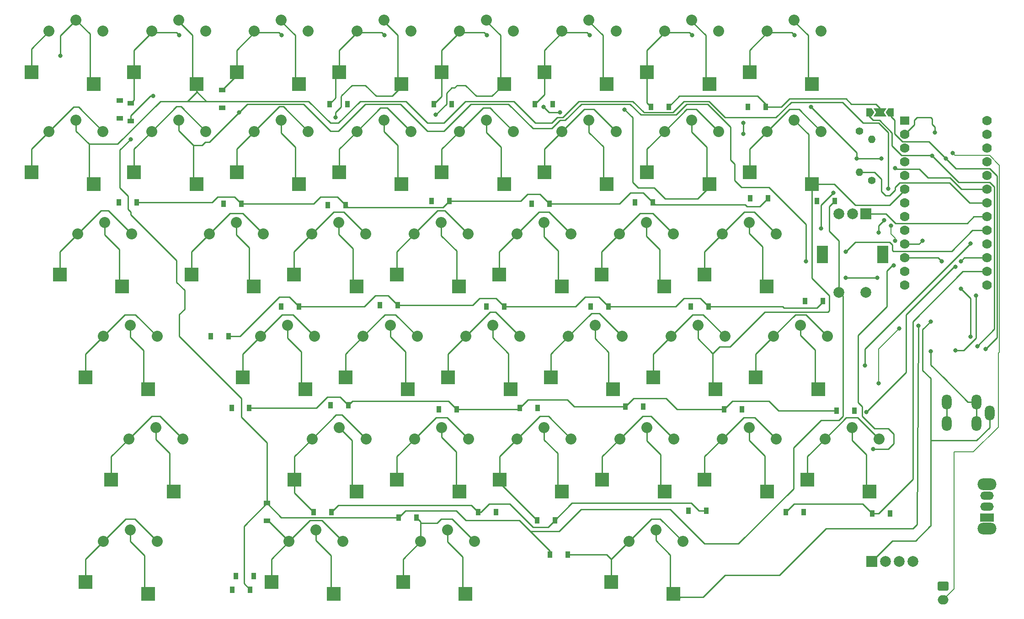
<source format=gbr>
%TF.GenerationSoftware,KiCad,Pcbnew,8.0.6*%
%TF.CreationDate,2024-11-14T19:17:05-07:00*%
%TF.ProjectId,simple_split,73696d70-6c65-45f7-9370-6c69742e6b69,v1.0.0*%
%TF.SameCoordinates,Original*%
%TF.FileFunction,Copper,L2,Bot*%
%TF.FilePolarity,Positive*%
%FSLAX46Y46*%
G04 Gerber Fmt 4.6, Leading zero omitted, Abs format (unit mm)*
G04 Created by KiCad (PCBNEW 8.0.6) date 2024-11-14 19:17:05*
%MOMM*%
%LPD*%
G01*
G04 APERTURE LIST*
G04 Aperture macros list*
%AMRoundRect*
0 Rectangle with rounded corners*
0 $1 Rounding radius*
0 $2 $3 $4 $5 $6 $7 $8 $9 X,Y pos of 4 corners*
0 Add a 4 corners polygon primitive as box body*
4,1,4,$2,$3,$4,$5,$6,$7,$8,$9,$2,$3,0*
0 Add four circle primitives for the rounded corners*
1,1,$1+$1,$2,$3*
1,1,$1+$1,$4,$5*
1,1,$1+$1,$6,$7*
1,1,$1+$1,$8,$9*
0 Add four rect primitives between the rounded corners*
20,1,$1+$1,$2,$3,$4,$5,0*
20,1,$1+$1,$4,$5,$6,$7,0*
20,1,$1+$1,$6,$7,$8,$9,0*
20,1,$1+$1,$8,$9,$2,$3,0*%
%AMFreePoly0*
4,1,7,0.700000,0.000000,1.200000,-0.750000,-1.200000,-0.750000,-0.700000,0.000000,-1.200000,0.750000,1.200000,0.750000,0.700000,0.000000,0.700000,0.000000,$1*%
%AMFreePoly1*
4,1,6,1.000000,0.000000,0.500000,-0.750000,-0.500000,-0.750000,-0.500000,0.750000,0.500000,0.750000,1.000000,0.000000,1.000000,0.000000,$1*%
G04 Aperture macros list end*
%TA.AperFunction,SMDPad,CuDef*%
%ADD10R,2.600000X2.600000*%
%TD*%
%TA.AperFunction,ComponentPad*%
%ADD11C,2.032000*%
%TD*%
%TA.AperFunction,ComponentPad*%
%ADD12C,1.400000*%
%TD*%
%TA.AperFunction,ComponentPad*%
%ADD13O,1.400000X1.400000*%
%TD*%
%TA.AperFunction,ComponentPad*%
%ADD14C,0.800000*%
%TD*%
%TA.AperFunction,SMDPad,CuDef*%
%ADD15R,0.900000X1.200000*%
%TD*%
%TA.AperFunction,ComponentPad*%
%ADD16RoundRect,0.250000X-0.750000X0.600000X-0.750000X-0.600000X0.750000X-0.600000X0.750000X0.600000X0*%
%TD*%
%TA.AperFunction,ComponentPad*%
%ADD17O,2.000000X1.700000*%
%TD*%
%TA.AperFunction,ComponentPad*%
%ADD18R,2.000000X2.000000*%
%TD*%
%TA.AperFunction,ComponentPad*%
%ADD19C,2.000000*%
%TD*%
%TA.AperFunction,SMDPad,CuDef*%
%ADD20R,1.200000X0.900000*%
%TD*%
%TA.AperFunction,ComponentPad*%
%ADD21R,1.778000X1.524000*%
%TD*%
%TA.AperFunction,ComponentPad*%
%ADD22C,1.778000*%
%TD*%
%TA.AperFunction,ComponentPad*%
%ADD23O,3.500000X2.200000*%
%TD*%
%TA.AperFunction,ComponentPad*%
%ADD24R,2.500000X1.500000*%
%TD*%
%TA.AperFunction,ComponentPad*%
%ADD25O,2.500000X1.500000*%
%TD*%
%TA.AperFunction,ComponentPad*%
%ADD26O,1.800000X2.800000*%
%TD*%
%TA.AperFunction,ComponentPad*%
%ADD27R,2.000000X3.200000*%
%TD*%
%TA.AperFunction,SMDPad,CuDef*%
%ADD28FreePoly0,180.000000*%
%TD*%
%TA.AperFunction,SMDPad,CuDef*%
%ADD29FreePoly1,180.000000*%
%TD*%
%TA.AperFunction,SMDPad,CuDef*%
%ADD30FreePoly1,0.000000*%
%TD*%
%TA.AperFunction,ViaPad*%
%ADD31C,0.800000*%
%TD*%
%TA.AperFunction,Conductor*%
%ADD32C,0.250000*%
%TD*%
%TA.AperFunction,Conductor*%
%ADD33C,0.200000*%
%TD*%
G04 APERTURE END LIST*
D10*
%TO.P,S33,1,A*%
%TO.N,/F*%
X256182500Y-115302000D03*
D11*
X252907500Y-103452000D03*
%TO.P,S33,2,B*%
%TO.N,Net-(D33-A)*%
X257907500Y-105552000D03*
X247907500Y-105552000D03*
D10*
X244632500Y-113102000D03*
%TD*%
D12*
%TO.P,R3,1*%
%TO.N,/Rotary_A*%
X267260000Y-114644000D03*
D13*
%TO.P,R3,2*%
%TO.N,/VCC*%
X267260000Y-107024000D03*
%TD*%
D14*
%TO.P,D26,1,K*%
%TO.N,/4*%
X236652000Y-175858000D03*
D15*
X236652000Y-175858000D03*
D14*
%TO.P,D26,2,A*%
%TO.N,Net-(D26-A)*%
X233352000Y-175858000D03*
D15*
X233352000Y-175858000D03*
%TD*%
D14*
%TO.P,D24,1,K*%
%TO.N,/4*%
X194364000Y-176112000D03*
D15*
X194364000Y-176112000D03*
D14*
%TO.P,D24,2,A*%
%TO.N,Net-(D24-A)*%
X197664000Y-176112000D03*
D15*
X197664000Y-176112000D03*
%TD*%
D10*
%TO.P,S31,1,A*%
%TO.N,/C*%
X192000500Y-191302000D03*
D11*
X188725500Y-179452000D03*
%TO.P,S31,2,B*%
%TO.N,Net-(D31-A)*%
X193725500Y-181552000D03*
X183725500Y-181552000D03*
D10*
X180450500Y-189102000D03*
%TD*%
%TO.P,S8,1,A*%
%TO.N,/A*%
X128445000Y-134302000D03*
D11*
X125170000Y-122452000D03*
%TO.P,S8,2,B*%
%TO.N,Net-(D8-A)*%
X130170000Y-124552000D03*
X120170000Y-124552000D03*
D10*
X116895000Y-132102000D03*
%TD*%
D14*
%TO.P,D6,1,K*%
%TO.N,/1*%
X226746000Y-118708000D03*
D15*
X226746000Y-118708000D03*
D14*
%TO.P,D6,2,A*%
%TO.N,Net-(D6-A)*%
X223446000Y-118708000D03*
D15*
X223446000Y-118708000D03*
%TD*%
D14*
%TO.P,D33,1,K*%
%TO.N,/5*%
X260400000Y-118454000D03*
D15*
X260400000Y-118454000D03*
D14*
%TO.P,D33,2,A*%
%TO.N,Net-(D33-A)*%
X257100000Y-118454000D03*
D15*
X257100000Y-118454000D03*
%TD*%
D14*
%TO.P,D9,1,K*%
%TO.N,/2*%
X161214000Y-138012000D03*
D15*
X161214000Y-138012000D03*
D14*
%TO.P,D9,2,A*%
%TO.N,Net-(D9-A)*%
X157914000Y-138012000D03*
D15*
X157914000Y-138012000D03*
%TD*%
D14*
%TO.P,D16,1,K*%
%TO.N,/3*%
X170358000Y-156300000D03*
D15*
X170358000Y-156300000D03*
D14*
%TO.P,D16,2,A*%
%TO.N,Net-(D16-A)*%
X167058000Y-156300000D03*
D15*
X167058000Y-156300000D03*
%TD*%
D14*
%TO.P,D10,1,K*%
%TO.N,/2*%
X179502000Y-137758000D03*
D15*
X179502000Y-137758000D03*
D14*
%TO.P,D10,2,A*%
%TO.N,Net-(D10-A)*%
X176202000Y-137758000D03*
D15*
X176202000Y-137758000D03*
%TD*%
D10*
%TO.P,S20,1,A*%
%TO.N,/F*%
X238354000Y-153302000D03*
D11*
X235079000Y-141452000D03*
%TO.P,S20,2,B*%
%TO.N,Net-(D20-A)*%
X240079000Y-143552000D03*
X230079000Y-143552000D03*
D10*
X226804000Y-151102000D03*
%TD*%
%TO.P,S11,1,A*%
%TO.N,/D*%
X190829000Y-134302000D03*
D11*
X187554000Y-122452000D03*
%TO.P,S11,2,B*%
%TO.N,Net-(D11-A)*%
X192554000Y-124552000D03*
X182554000Y-124552000D03*
D10*
X179279000Y-132102000D03*
%TD*%
D16*
%TO.P,J2,1,Pin_1*%
%TO.N,Net-(J2-Pin_1)*%
X280475500Y-189848000D03*
D17*
%TO.P,J2,2,Pin_2*%
%TO.N,/Bat-*%
X280475500Y-192348000D03*
%TD*%
D14*
%TO.P,D23,1,K*%
%TO.N,/4*%
X167184000Y-176112000D03*
D15*
X167184000Y-176112000D03*
D14*
%TO.P,D23,2,A*%
%TO.N,Net-(D23-A)*%
X163884000Y-176112000D03*
D15*
X163884000Y-176112000D03*
%TD*%
D14*
%TO.P,D7,1,K*%
%TO.N,/1*%
X248082000Y-117946000D03*
D15*
X248082000Y-117946000D03*
D14*
%TO.P,D7,2,A*%
%TO.N,Net-(D7-A)*%
X244782000Y-117946000D03*
D15*
X244782000Y-117946000D03*
%TD*%
D10*
%TO.P,S6,1,A*%
%TO.N,/F*%
X218182500Y-115302000D03*
D11*
X214907500Y-103452000D03*
%TO.P,S6,2,B*%
%TO.N,Net-(D6-A)*%
X219907500Y-105552000D03*
X209907500Y-105552000D03*
D10*
X206632500Y-113102000D03*
%TD*%
%TO.P,F3,1,A*%
%TO.N,/C*%
X180182500Y-96750000D03*
D11*
X176907500Y-84900000D03*
%TO.P,F3,2,B*%
%TO.N,Net-(D37-A)*%
X181907500Y-87000000D03*
X171907500Y-87000000D03*
D10*
X168632500Y-94550000D03*
%TD*%
D18*
%TO.P,U2,1,GND*%
%TO.N,/GND*%
X267260000Y-185256000D03*
D19*
%TO.P,U2,2,VCC*%
%TO.N,/VCC*%
X269800000Y-185256000D03*
%TO.P,U2,3,SCL*%
%TO.N,/SCL*%
X272340000Y-185256000D03*
%TO.P,U2,4,SDA*%
%TO.N,/SDA*%
X274880000Y-185256000D03*
%TD*%
D10*
%TO.P,F1,1,A*%
%TO.N,/A*%
X142182500Y-96750000D03*
D11*
X138907500Y-84900000D03*
%TO.P,F1,2,B*%
%TO.N,Net-(D34-A)*%
X143907500Y-87000000D03*
X133907500Y-87000000D03*
D10*
X130632500Y-94550000D03*
%TD*%
%TO.P,S35,1,A*%
%TO.N,/G*%
X123182500Y-96750000D03*
D11*
X119907500Y-84900000D03*
%TO.P,S35,2,B*%
%TO.N,Net-(D35-A)*%
X124907500Y-87000000D03*
X114907500Y-87000000D03*
D10*
X111632500Y-94550000D03*
%TD*%
%TO.P,S4,1,A*%
%TO.N,/D*%
X180182500Y-115302000D03*
D11*
X176907500Y-103452000D03*
%TO.P,S4,2,B*%
%TO.N,Net-(D4-A)*%
X181907500Y-105552000D03*
X171907500Y-105552000D03*
D10*
X168632500Y-113102000D03*
%TD*%
%TO.P,S3,1,A*%
%TO.N,/C*%
X161182500Y-115302000D03*
D11*
X157907500Y-103452000D03*
%TO.P,S3,2,B*%
%TO.N,Net-(D3-A)*%
X162907500Y-105552000D03*
X152907500Y-105552000D03*
D10*
X149632500Y-113102000D03*
%TD*%
%TO.P,Extra_Function_Key1,1,A*%
%TO.N,/G*%
X256182500Y-96750000D03*
D11*
X252907500Y-84900000D03*
%TO.P,Extra_Function_Key1,2,B*%
%TO.N,Net-(D41-A)*%
X257907500Y-87000000D03*
X247907500Y-87000000D03*
D10*
X244632500Y-94550000D03*
%TD*%
D14*
%TO.P,D37,1,K*%
%TO.N,/6*%
X170150000Y-100500000D03*
D15*
X170150000Y-100500000D03*
D14*
%TO.P,D37,2,A*%
%TO.N,Net-(D37-A)*%
X166850000Y-100500000D03*
D15*
X166850000Y-100500000D03*
%TD*%
D14*
%TO.P,D15,1,K*%
%TO.N,/3*%
X152000000Y-156808000D03*
D15*
X152000000Y-156808000D03*
D14*
%TO.P,D15,2,A*%
%TO.N,Net-(D15-A)*%
X148700000Y-156808000D03*
D15*
X148700000Y-156808000D03*
%TD*%
D14*
%TO.P,D39,1,K*%
%TO.N,/6*%
X208150000Y-100500000D03*
D15*
X208150000Y-100500000D03*
D14*
%TO.P,D39,2,A*%
%TO.N,Net-(D39-A)*%
X204850000Y-100500000D03*
D15*
X204850000Y-100500000D03*
%TD*%
D10*
%TO.P,F6,1,A*%
%TO.N,/F*%
X237182500Y-96750000D03*
D11*
X233907500Y-84900000D03*
%TO.P,F6,2,B*%
%TO.N,Net-(D40-A)*%
X238907500Y-87000000D03*
X228907500Y-87000000D03*
D10*
X225632500Y-94550000D03*
%TD*%
%TO.P,S5,1,A*%
%TO.N,/E*%
X199182500Y-115302000D03*
D11*
X195907500Y-103452000D03*
%TO.P,S5,2,B*%
%TO.N,Net-(D5-A)*%
X200907500Y-105552000D03*
X190907500Y-105552000D03*
D10*
X187632500Y-113102000D03*
%TD*%
D14*
%TO.P,D36,1,K*%
%TO.N,/6*%
X147000000Y-101150000D03*
D20*
X147000000Y-101150000D03*
D14*
%TO.P,D36,2,A*%
%TO.N,Net-(D36-A)*%
X147000000Y-97850000D03*
D20*
X147000000Y-97850000D03*
%TD*%
D14*
%TO.P,D4,1,K*%
%TO.N,/1*%
X189026000Y-118454000D03*
D15*
X189026000Y-118454000D03*
D14*
%TO.P,D4,2,A*%
%TO.N,Net-(D4-A)*%
X185726000Y-118454000D03*
D15*
X185726000Y-118454000D03*
%TD*%
D14*
%TO.P,D5,1,K*%
%TO.N,/1*%
X207568000Y-118962000D03*
D15*
X207568000Y-118962000D03*
D14*
%TO.P,D5,2,A*%
%TO.N,Net-(D5-A)*%
X204268000Y-118962000D03*
D15*
X204268000Y-118962000D03*
%TD*%
D10*
%TO.P,S25,1,A*%
%TO.N,/D*%
X209879000Y-172302000D03*
D11*
X206604000Y-160452000D03*
%TO.P,S25,2,B*%
%TO.N,Net-(D25-A)*%
X211604000Y-162552000D03*
X201604000Y-162552000D03*
D10*
X198329000Y-170102000D03*
%TD*%
%TO.P,S7,1,A*%
%TO.N,/G*%
X237182500Y-115302000D03*
D11*
X233907500Y-103452000D03*
%TO.P,S7,2,B*%
%TO.N,Net-(D7-A)*%
X238907500Y-105552000D03*
X228907500Y-105552000D03*
D10*
X225632500Y-113102000D03*
%TD*%
%TO.P,S1,1,A*%
%TO.N,/A*%
X123182500Y-115302000D03*
D11*
X119907500Y-103452000D03*
%TO.P,S1,2,B*%
%TO.N,Net-(D1-A)*%
X124907500Y-105552000D03*
X114907500Y-105552000D03*
D10*
X111632500Y-113102000D03*
%TD*%
D14*
%TO.P,D30,1,K*%
%TO.N,/5*%
X155246000Y-174462000D03*
D20*
X155246000Y-174462000D03*
D14*
%TO.P,D30,2,A*%
%TO.N,Net-(D30-A)*%
X155246000Y-177762000D03*
D20*
X155246000Y-177762000D03*
%TD*%
D14*
%TO.P,D38,1,K*%
%TO.N,/6*%
X189500000Y-100500000D03*
D15*
X189500000Y-100500000D03*
D14*
%TO.P,D38,2,A*%
%TO.N,Net-(D38-A)*%
X186200000Y-100500000D03*
D15*
X186200000Y-100500000D03*
%TD*%
D10*
%TO.P,F2,1,A*%
%TO.N,/B*%
X161182500Y-96750000D03*
D11*
X157907500Y-84900000D03*
%TO.P,F2,2,B*%
%TO.N,Net-(D36-A)*%
X162907500Y-87000000D03*
X152907500Y-87000000D03*
D10*
X149632500Y-94550000D03*
%TD*%
D14*
%TO.P,D28,1,K*%
%TO.N,/4*%
X267388000Y-176366000D03*
D15*
X267388000Y-176366000D03*
D14*
%TO.P,D28,2,A*%
%TO.N,Net-(D28-A)*%
X270688000Y-176366000D03*
D15*
X270688000Y-176366000D03*
%TD*%
D10*
%TO.P,S12,1,A*%
%TO.N,/E*%
X209829000Y-134302000D03*
D11*
X206554000Y-122452000D03*
%TO.P,S12,2,B*%
%TO.N,Net-(D12-A)*%
X211554000Y-124552000D03*
X201554000Y-124552000D03*
D10*
X198279000Y-132102000D03*
%TD*%
%TO.P,S24,1,A*%
%TO.N,/C*%
X190879000Y-172302000D03*
D11*
X187604000Y-160452000D03*
%TO.P,S24,2,B*%
%TO.N,Net-(D24-A)*%
X192604000Y-162552000D03*
X182604000Y-162552000D03*
D10*
X179329000Y-170102000D03*
%TD*%
D14*
%TO.P,D12,1,K*%
%TO.N,/2*%
X218490000Y-138012000D03*
D15*
X218490000Y-138012000D03*
D14*
%TO.P,D12,2,A*%
%TO.N,Net-(D12-A)*%
X215190000Y-138012000D03*
D15*
X215190000Y-138012000D03*
%TD*%
D21*
%TO.P,U1,0,GND*%
%TO.N,Net-(GND2-COM)*%
X273356000Y-103595000D03*
D22*
%TO.P,U1,1,Txd*%
%TO.N,Net-(TXD2-COM)*%
X273356000Y-106135000D03*
%TO.P,U1,2,RXI*%
%TO.N,Net-(RXI2-COM)*%
X273356000Y-108675000D03*
%TO.P,U1,3,GND*%
%TO.N,unconnected-(U1-GND-Pad3)*%
X273356000Y-111215000D03*
%TO.P,U1,4,GND*%
%TO.N,Net-(GND1-COM)*%
X273356000Y-113755000D03*
%TO.P,U1,5,2*%
%TO.N,/F*%
X273356000Y-116295000D03*
%TO.P,U1,6,3*%
%TO.N,/E*%
X273356000Y-118835000D03*
%TO.P,U1,7,4*%
%TO.N,/D*%
X273356000Y-121375000D03*
%TO.P,U1,8,5*%
%TO.N,/C*%
X273356000Y-123915000D03*
%TO.P,U1,9,6*%
%TO.N,Net-(SDA1-COM)*%
X273356000Y-126455000D03*
%TO.P,U1,10,7*%
%TO.N,Net-(SCL1-COM)*%
X273356000Y-128995000D03*
%TO.P,U1,11,8*%
%TO.N,/B*%
X273356000Y-131535000D03*
%TO.P,U1,12,9*%
%TO.N,/A*%
X273356000Y-134075000D03*
%TO.P,U1,13,10*%
%TO.N,/5*%
X288596000Y-134075000D03*
%TO.P,U1,14,16*%
%TO.N,/4*%
X288596000Y-131535000D03*
%TO.P,U1,15,14*%
%TO.N,Net-(P3-COM)*%
X288596000Y-128995000D03*
%TO.P,U1,16,15*%
%TO.N,Net-(P2-COM)*%
X288596000Y-126455000D03*
%TO.P,U1,17,A0*%
%TO.N,/1*%
X288596000Y-123915000D03*
%TO.P,U1,18,A1*%
%TO.N,/Rotary_A*%
X288596000Y-121375000D03*
%TO.P,U1,19,A2*%
%TO.N,/Rotary_B*%
X288596000Y-118835000D03*
%TO.P,U1,20,A3*%
%TO.N,/G*%
X288596000Y-116295000D03*
%TO.P,U1,21,VCC*%
%TO.N,Net-(U1-VCC)*%
X288596000Y-113755000D03*
%TO.P,U1,22,RST*%
%TO.N,unconnected-(U1-RST-Pad22)*%
X288596000Y-111215000D03*
%TO.P,U1,23,GND*%
%TO.N,Net-(RXI1-COM)*%
X288596000Y-108675000D03*
%TO.P,U1,24,Bat-*%
%TO.N,Net-(TXD1-COM)*%
X288596000Y-106135000D03*
%TO.P,U1,25,Bat+*%
%TO.N,Net-(Bat+1-COM)*%
X288596000Y-103595000D03*
%TD*%
D14*
%TO.P,D17,1,K*%
%TO.N,/3*%
X190424000Y-157062000D03*
D15*
X190424000Y-157062000D03*
D14*
%TO.P,D17,2,A*%
%TO.N,Net-(D17-A)*%
X187124000Y-157062000D03*
D15*
X187124000Y-157062000D03*
%TD*%
D14*
%TO.P,D34,1,K*%
%TO.N,/6*%
X130000000Y-103650000D03*
D20*
X130000000Y-103650000D03*
D14*
%TO.P,D34,2,A*%
%TO.N,Net-(D34-A)*%
X130000000Y-100350000D03*
D20*
X130000000Y-100350000D03*
%TD*%
D14*
%TO.P,D14,1,K*%
%TO.N,/2*%
X258242000Y-136996000D03*
D15*
X258242000Y-136996000D03*
D14*
%TO.P,D14,2,A*%
%TO.N,Net-(D14-A)*%
X254942000Y-136996000D03*
D15*
X254942000Y-136996000D03*
%TD*%
D14*
%TO.P,D20,1,K*%
%TO.N,/3*%
X239956000Y-157062000D03*
D15*
X239956000Y-157062000D03*
D14*
%TO.P,D20,2,A*%
%TO.N,Net-(D20-A)*%
X243256000Y-157062000D03*
D15*
X243256000Y-157062000D03*
%TD*%
D14*
%TO.P,D25,1,K*%
%TO.N,/4*%
X208586000Y-177636000D03*
D15*
X208586000Y-177636000D03*
D14*
%TO.P,D25,2,A*%
%TO.N,Net-(D25-A)*%
X205286000Y-177636000D03*
D15*
X205286000Y-177636000D03*
%TD*%
D14*
%TO.P,D22,1,K*%
%TO.N,/4*%
X152800000Y-188000000D03*
D15*
X152800000Y-188000000D03*
D14*
%TO.P,D22,2,A*%
%TO.N,Net-(D22-A)*%
X149500000Y-188000000D03*
D15*
X149500000Y-188000000D03*
%TD*%
D10*
%TO.P,S2,1,A*%
%TO.N,/B*%
X142182500Y-115302000D03*
D11*
X138907500Y-103452000D03*
%TO.P,S2,2,B*%
%TO.N,Net-(D2-A)*%
X143907500Y-105552000D03*
X133907500Y-105552000D03*
D10*
X130632500Y-113102000D03*
%TD*%
D14*
%TO.P,D3,1,K*%
%TO.N,/1*%
X169850000Y-119216000D03*
D15*
X169850000Y-119216000D03*
D14*
%TO.P,D3,2,A*%
%TO.N,Net-(D3-A)*%
X166550000Y-119216000D03*
D15*
X166550000Y-119216000D03*
%TD*%
D10*
%TO.P,S16,1,A*%
%TO.N,/B*%
X162354000Y-153302000D03*
D11*
X159079000Y-141452000D03*
%TO.P,S16,2,B*%
%TO.N,Net-(D16-A)*%
X164079000Y-143552000D03*
X154079000Y-143552000D03*
D10*
X150804000Y-151102000D03*
%TD*%
%TO.P,S21,1,A*%
%TO.N,/G*%
X257354000Y-153302000D03*
D11*
X254079000Y-141452000D03*
%TO.P,S21,2,B*%
%TO.N,Net-(D21-A)*%
X259079000Y-143552000D03*
X249079000Y-143552000D03*
D10*
X245804000Y-151102000D03*
%TD*%
%TO.P,S26,1,A*%
%TO.N,/E*%
X228879000Y-172302000D03*
D11*
X225604000Y-160452000D03*
%TO.P,S26,2,B*%
%TO.N,Net-(D26-A)*%
X230604000Y-162552000D03*
X220604000Y-162552000D03*
D10*
X217329000Y-170102000D03*
%TD*%
D14*
%TO.P,D21,1,K*%
%TO.N,/3*%
X260784000Y-157316000D03*
D15*
X260784000Y-157316000D03*
D14*
%TO.P,D21,2,A*%
%TO.N,Net-(D21-A)*%
X264084000Y-157316000D03*
D15*
X264084000Y-157316000D03*
%TD*%
D10*
%TO.P,S17,1,A*%
%TO.N,/C*%
X181354000Y-153302000D03*
D11*
X178079000Y-141452000D03*
%TO.P,S17,2,B*%
%TO.N,Net-(D17-A)*%
X183079000Y-143552000D03*
X173079000Y-143552000D03*
D10*
X169804000Y-151102000D03*
%TD*%
%TO.P,S18,1,A*%
%TO.N,/D*%
X200354000Y-153302000D03*
D11*
X197079000Y-141452000D03*
%TO.P,S18,2,B*%
%TO.N,Net-(D18-A)*%
X202079000Y-143552000D03*
X192079000Y-143552000D03*
D10*
X188804000Y-151102000D03*
%TD*%
D14*
%TO.P,D35,1,K*%
%TO.N,/5*%
X128000000Y-103150000D03*
D20*
X128000000Y-103150000D03*
D14*
%TO.P,D35,2,A*%
%TO.N,Net-(D35-A)*%
X128000000Y-99850000D03*
D20*
X128000000Y-99850000D03*
%TD*%
D10*
%TO.P,S32,1,A*%
%TO.N,/D*%
X230550500Y-191302000D03*
D11*
X227275500Y-179452000D03*
%TO.P,S32,2,B*%
%TO.N,Net-(D32-A)*%
X232275500Y-181552000D03*
X222275500Y-181552000D03*
D10*
X219000500Y-189102000D03*
%TD*%
%TO.P,S29,1,A*%
%TO.N,/A*%
X133207500Y-191302000D03*
D11*
X129932500Y-179452000D03*
%TO.P,S29,2,B*%
%TO.N,Net-(D29-A)*%
X134932500Y-181552000D03*
X124932500Y-181552000D03*
D10*
X121657500Y-189102000D03*
%TD*%
D14*
%TO.P,D31,1,K*%
%TO.N,/5*%
X179630000Y-177128000D03*
D15*
X179630000Y-177128000D03*
D14*
%TO.P,D31,2,A*%
%TO.N,Net-(D31-A)*%
X182930000Y-177128000D03*
D15*
X182930000Y-177128000D03*
%TD*%
D10*
%TO.P,S23,1,A*%
%TO.N,/B*%
X171879000Y-172302000D03*
D11*
X168604000Y-160452000D03*
%TO.P,S23,2,B*%
%TO.N,Net-(D23-A)*%
X173604000Y-162552000D03*
X163604000Y-162552000D03*
D10*
X160329000Y-170102000D03*
%TD*%
D14*
%TO.P,D11,1,K*%
%TO.N,/2*%
X199186000Y-138012000D03*
D15*
X199186000Y-138012000D03*
D14*
%TO.P,D11,2,A*%
%TO.N,Net-(D11-A)*%
X195886000Y-138012000D03*
D15*
X195886000Y-138012000D03*
%TD*%
D14*
%TO.P,D40,1,K*%
%TO.N,/6*%
X229650000Y-101000000D03*
D15*
X229650000Y-101000000D03*
D14*
%TO.P,D40,2,A*%
%TO.N,Net-(D40-A)*%
X226350000Y-101000000D03*
D15*
X226350000Y-101000000D03*
%TD*%
D10*
%TO.P,F5,1,A*%
%TO.N,/E*%
X218182500Y-96750000D03*
D11*
X214907500Y-84900000D03*
%TO.P,F5,2,B*%
%TO.N,Net-(D39-A)*%
X219907500Y-87000000D03*
X209907500Y-87000000D03*
D10*
X206632500Y-94550000D03*
%TD*%
%TO.P,S14,1,A*%
%TO.N,/G*%
X247829000Y-134302000D03*
D11*
X244554000Y-122452000D03*
%TO.P,S14,2,B*%
%TO.N,Net-(D14-A)*%
X249554000Y-124552000D03*
X239554000Y-124552000D03*
D10*
X236279000Y-132102000D03*
%TD*%
D14*
%TO.P,D32,1,K*%
%TO.N,/5*%
X207700000Y-184000000D03*
D15*
X207700000Y-184000000D03*
D14*
%TO.P,D32,2,A*%
%TO.N,Net-(D32-A)*%
X211000000Y-184000000D03*
D15*
X211000000Y-184000000D03*
%TD*%
D23*
%TO.P,SW1,*%
%TO.N,*%
X288628000Y-179196000D03*
X288628000Y-170996000D03*
D24*
%TO.P,SW1,1,B*%
%TO.N,Net-(J2-Pin_1)*%
X288628000Y-177096000D03*
D25*
%TO.P,SW1,2,C*%
%TO.N,/Bat+*%
X288628000Y-175096000D03*
%TO.P,SW1,3,A*%
%TO.N,unconnected-(SW1-A-Pad3)*%
X288628000Y-173096000D03*
%TD*%
D14*
%TO.P,D2,1,K*%
%TO.N,/1*%
X150546000Y-118962000D03*
D15*
X150546000Y-118962000D03*
D14*
%TO.P,D2,2,A*%
%TO.N,Net-(D2-A)*%
X147246000Y-118962000D03*
D15*
X147246000Y-118962000D03*
%TD*%
D26*
%TO.P,J1,R*%
%TO.N,Net-(COM_SELECT1-COM)*%
X281194000Y-155724000D03*
X281194000Y-159724000D03*
%TO.P,J1,S*%
%TO.N,/GND*%
X289094000Y-157724000D03*
%TO.P,J1,T*%
%TO.N,/VCC*%
X286694000Y-155724000D03*
X286694000Y-159724000D03*
%TD*%
D14*
%TO.P,D27,1,K*%
%TO.N,/4*%
X251386000Y-176112000D03*
D15*
X251386000Y-176112000D03*
D14*
%TO.P,D27,2,A*%
%TO.N,Net-(D27-A)*%
X254686000Y-176112000D03*
D15*
X254686000Y-176112000D03*
%TD*%
D10*
%TO.P,S27,1,A*%
%TO.N,/F*%
X247879000Y-172302000D03*
D11*
X244604000Y-160452000D03*
%TO.P,S27,2,B*%
%TO.N,Net-(D27-A)*%
X249604000Y-162552000D03*
X239604000Y-162552000D03*
D10*
X236329000Y-170102000D03*
%TD*%
D18*
%TO.P,R1,A,A*%
%TO.N,/Rotary_A*%
X266204000Y-120856000D03*
D19*
%TO.P,R1,B,B*%
%TO.N,/Rotary_B*%
X261204000Y-120856000D03*
%TO.P,R1,C,C*%
%TO.N,/GND*%
X263704000Y-120856000D03*
D27*
%TO.P,R1,MP*%
%TO.N,N/C*%
X269304000Y-128356000D03*
X258104000Y-128356000D03*
D19*
%TO.P,R1,S1,S1*%
%TO.N,/5*%
X261204000Y-135356000D03*
%TO.P,R1,S2,S2*%
%TO.N,/E*%
X266204000Y-135356000D03*
%TD*%
D10*
%TO.P,S28,1,A*%
%TO.N,/G*%
X266879000Y-172302000D03*
D11*
X263604000Y-160452000D03*
%TO.P,S28,2,B*%
%TO.N,Net-(D28-A)*%
X268604000Y-162552000D03*
X258604000Y-162552000D03*
D10*
X255329000Y-170102000D03*
%TD*%
D14*
%TO.P,D29,1,K*%
%TO.N,/5*%
X152150000Y-190500000D03*
D15*
X152150000Y-190500000D03*
D14*
%TO.P,D29,2,A*%
%TO.N,Net-(D29-A)*%
X148850000Y-190500000D03*
D15*
X148850000Y-190500000D03*
%TD*%
D14*
%TO.P,D13,1,K*%
%TO.N,/2*%
X237032000Y-138012000D03*
D15*
X237032000Y-138012000D03*
D14*
%TO.P,D13,2,A*%
%TO.N,Net-(D13-A)*%
X233732000Y-138012000D03*
D15*
X233732000Y-138012000D03*
%TD*%
D10*
%TO.P,S15,1,A*%
%TO.N,/A*%
X133207500Y-153302000D03*
D11*
X129932500Y-141452000D03*
%TO.P,S15,2,B*%
%TO.N,Net-(D15-A)*%
X134932500Y-143552000D03*
X124932500Y-143552000D03*
D10*
X121657500Y-151102000D03*
%TD*%
%TO.P,S22,1,A*%
%TO.N,/A*%
X137970000Y-172302000D03*
D11*
X134695000Y-160452000D03*
%TO.P,S22,2,B*%
%TO.N,Net-(D22-A)*%
X139695000Y-162552000D03*
X129695000Y-162552000D03*
D10*
X126420000Y-170102000D03*
%TD*%
D14*
%TO.P,D19,1,K*%
%TO.N,/3*%
X221668000Y-156554000D03*
D15*
X221668000Y-156554000D03*
D14*
%TO.P,D19,2,A*%
%TO.N,Net-(D19-A)*%
X224968000Y-156554000D03*
D15*
X224968000Y-156554000D03*
%TD*%
D10*
%TO.P,S19,1,A*%
%TO.N,/E*%
X219354000Y-153302000D03*
D11*
X216079000Y-141452000D03*
%TO.P,S19,2,B*%
%TO.N,Net-(D19-A)*%
X221079000Y-143552000D03*
X211079000Y-143552000D03*
D10*
X207804000Y-151102000D03*
%TD*%
%TO.P,S9,1,A*%
%TO.N,/B*%
X152829000Y-134302000D03*
D11*
X149554000Y-122452000D03*
%TO.P,S9,2,B*%
%TO.N,Net-(D9-A)*%
X154554000Y-124552000D03*
X144554000Y-124552000D03*
D10*
X141279000Y-132102000D03*
%TD*%
%TO.P,F4,1,A*%
%TO.N,/D*%
X199182500Y-96750000D03*
D11*
X195907500Y-84900000D03*
%TO.P,F4,2,B*%
%TO.N,Net-(D38-A)*%
X200907500Y-87000000D03*
X190907500Y-87000000D03*
D10*
X187632500Y-94550000D03*
%TD*%
D14*
%TO.P,D18,1,K*%
%TO.N,/3*%
X202110000Y-156808000D03*
D15*
X202110000Y-156808000D03*
D14*
%TO.P,D18,2,A*%
%TO.N,Net-(D18-A)*%
X205410000Y-156808000D03*
D15*
X205410000Y-156808000D03*
%TD*%
D10*
%TO.P,S13,1,A*%
%TO.N,/F*%
X228829000Y-134302000D03*
D11*
X225554000Y-122452000D03*
%TO.P,S13,2,B*%
%TO.N,Net-(D13-A)*%
X230554000Y-124552000D03*
X220554000Y-124552000D03*
D10*
X217279000Y-132102000D03*
%TD*%
D14*
%TO.P,D1,1,K*%
%TO.N,/1*%
X131116000Y-118708000D03*
D15*
X131116000Y-118708000D03*
D14*
%TO.P,D1,2,A*%
%TO.N,Net-(D1-A)*%
X127816000Y-118708000D03*
D15*
X127816000Y-118708000D03*
%TD*%
D14*
%TO.P,D8,1,K*%
%TO.N,/2*%
X148150000Y-143500000D03*
D15*
X148150000Y-143500000D03*
D14*
%TO.P,D8,2,A*%
%TO.N,Net-(D8-A)*%
X144850000Y-143500000D03*
D15*
X144850000Y-143500000D03*
%TD*%
D14*
%TO.P,D41,1,K*%
%TO.N,/6*%
X247650000Y-101000000D03*
D15*
X247650000Y-101000000D03*
D14*
%TO.P,D41,2,A*%
%TO.N,Net-(D41-A)*%
X244350000Y-101000000D03*
D15*
X244350000Y-101000000D03*
%TD*%
D12*
%TO.P,R2,1*%
%TO.N,/VCC*%
X264974000Y-105500000D03*
D13*
%TO.P,R2,2*%
%TO.N,/Rotary_B*%
X264974000Y-113120000D03*
%TD*%
D10*
%TO.P,S10,1,A*%
%TO.N,/C*%
X171829000Y-134302000D03*
D11*
X168554000Y-122452000D03*
%TO.P,S10,2,B*%
%TO.N,Net-(D10-A)*%
X173554000Y-124552000D03*
X163554000Y-124552000D03*
D10*
X160279000Y-132102000D03*
%TD*%
%TO.P,S30,1,A*%
%TO.N,/B*%
X167616500Y-191302000D03*
D11*
X164341500Y-179452000D03*
%TO.P,S30,2,B*%
%TO.N,Net-(D30-A)*%
X169341500Y-181552000D03*
X159341500Y-181552000D03*
D10*
X156066500Y-189102000D03*
%TD*%
D28*
%TO.P,ExtraButtonsSelect1,1,COM*%
%TO.N,/6*%
X268800000Y-102000000D03*
D29*
%TO.P,ExtraButtonsSelect1,2,L*%
%TO.N,/TXD*%
X270800000Y-102000000D03*
D30*
%TO.P,ExtraButtonsSelect1,3,R*%
%TO.N,/RXI*%
X266800000Y-102000000D03*
%TD*%
D31*
%TO.N,/1*%
X262434000Y-127852000D03*
%TO.N,/2*%
X265990000Y-148934000D03*
X285548000Y-126328000D03*
%TO.N,/3*%
X282754000Y-130646000D03*
X266244000Y-157570000D03*
%TO.N,/5*%
X130000000Y-107000000D03*
%TO.N,/GND*%
X278182000Y-140806000D03*
%TO.N,/E*%
X209500000Y-102000000D03*
X206500000Y-101000000D03*
%TO.N,/A*%
X269546000Y-122010000D03*
X270308000Y-116168000D03*
X268530000Y-124296000D03*
%TO.N,/B*%
X255068000Y-129630000D03*
X262434000Y-132678000D03*
X150055000Y-102055000D03*
X268276000Y-132678000D03*
%TO.N,/C*%
X168000000Y-103000000D03*
X271324000Y-130392000D03*
X267514000Y-164428000D03*
%TO.N,/D*%
X275896000Y-141568000D03*
X186500000Y-102500000D03*
%TO.N,/F*%
X243500000Y-106000000D03*
X243500000Y-104000000D03*
%TO.N,/G*%
X264466000Y-110580000D03*
X257862000Y-123534000D03*
X117000000Y-91500000D03*
X256000000Y-101000000D03*
X260148000Y-116930000D03*
X269038000Y-110580000D03*
X221500000Y-101500000D03*
X271578000Y-112358000D03*
%TO.N,/Bat+*%
X268530000Y-152236000D03*
X272340000Y-142076000D03*
X270816000Y-123026000D03*
X271578000Y-125820000D03*
%TO.N,/VCC*%
X278200000Y-146340000D03*
%TO.N,/TXD*%
X288342000Y-145886000D03*
X280976000Y-110580000D03*
%TO.N,/RXI*%
X286818000Y-145378000D03*
X278436000Y-110072000D03*
%TO.N,/Bat-*%
X282246000Y-109564000D03*
%TO.N,Net-(TXD2-COM)*%
X278944000Y-105754000D03*
%TO.N,/SDA*%
X282754000Y-146140000D03*
X286564000Y-135980000D03*
%TO.N,/SCL*%
X283770000Y-134710000D03*
X285548000Y-143600000D03*
%TO.N,Net-(P3-COM)*%
X283770000Y-129630000D03*
%TO.N,Net-(SCL1-COM)*%
X280214000Y-129630000D03*
%TO.N,Net-(SDA1-COM)*%
X276658000Y-125820000D03*
%TO.N,/6*%
X134150000Y-99000000D03*
%TO.N,Net-(D34-A)*%
X139000000Y-87753750D03*
%TO.N,Net-(D36-A)*%
X158000000Y-87753750D03*
%TO.N,Net-(D37-A)*%
X177000000Y-87753750D03*
%TO.N,Net-(D38-A)*%
X196000000Y-87753750D03*
%TO.N,Net-(D39-A)*%
X215000000Y-87753750D03*
%TO.N,Net-(D40-A)*%
X234000000Y-87753750D03*
%TO.N,Net-(D41-A)*%
X253000000Y-87753750D03*
%TD*%
D32*
%TO.N,Net-(D1-A)*%
X119432000Y-101027500D02*
X120383000Y-101027500D01*
X120383000Y-101027500D02*
X124907500Y-105552000D01*
X114907500Y-105552000D02*
X119432000Y-101027500D01*
X111632500Y-108827000D02*
X114907500Y-105552000D01*
X111632500Y-113102000D02*
X111632500Y-108827000D01*
%TO.N,Net-(D2-A)*%
X133907500Y-105552000D02*
X138482000Y-100977500D01*
X130632500Y-113102000D02*
X130632500Y-108827000D01*
X130632500Y-108827000D02*
X133907500Y-105552000D01*
X139333000Y-100977500D02*
X143907500Y-105552000D01*
X138482000Y-100977500D02*
X139333000Y-100977500D01*
%TO.N,Net-(D3-A)*%
X149632500Y-113102000D02*
X149632500Y-108827000D01*
X149632500Y-108827000D02*
X152907500Y-105552000D01*
X152907500Y-105552000D02*
X157531500Y-100928000D01*
X157531500Y-100928000D02*
X158283500Y-100928000D01*
X158283500Y-100928000D02*
X162907500Y-105552000D01*
%TO.N,Net-(D4-A)*%
X176277500Y-101182000D02*
X177537500Y-101182000D01*
X171907500Y-105552000D02*
X176277500Y-101182000D01*
X168632500Y-108827000D02*
X171907500Y-105552000D01*
X168632500Y-113102000D02*
X168632500Y-108827000D01*
X177537500Y-101182000D02*
X181907500Y-105552000D01*
%TO.N,Net-(D5-A)*%
X187632500Y-108827000D02*
X190907500Y-105552000D01*
X196537500Y-101182000D02*
X200907500Y-105552000D01*
X195277500Y-101182000D02*
X196537500Y-101182000D01*
X190907500Y-105552000D02*
X195277500Y-101182000D01*
X187632500Y-113102000D02*
X187632500Y-108827000D01*
%TO.N,Net-(D6-A)*%
X214023500Y-101436000D02*
X215791500Y-101436000D01*
X215791500Y-101436000D02*
X219907500Y-105552000D01*
X209907500Y-105552000D02*
X214023500Y-101436000D01*
X206632500Y-113102000D02*
X206632500Y-108827000D01*
X206632500Y-108827000D02*
X209907500Y-105552000D01*
%TO.N,Net-(D7-A)*%
X225632500Y-113102000D02*
X225632500Y-108827000D01*
X234791500Y-101436000D02*
X238907500Y-105552000D01*
X228907500Y-105552000D02*
X233023500Y-101436000D01*
X225632500Y-108827000D02*
X228907500Y-105552000D01*
X233023500Y-101436000D02*
X234791500Y-101436000D01*
%TO.N,Net-(D8-A)*%
X120170000Y-124552000D02*
X124490000Y-120232000D01*
X125850000Y-120232000D02*
X130170000Y-124552000D01*
X116895000Y-127827000D02*
X120170000Y-124552000D01*
X124490000Y-120232000D02*
X125850000Y-120232000D01*
X116895000Y-132102000D02*
X116895000Y-127827000D01*
%TO.N,Net-(D9-A)*%
X141279000Y-127827000D02*
X144554000Y-124552000D01*
X144554000Y-124552000D02*
X148366000Y-120740000D01*
X141279000Y-132102000D02*
X141279000Y-127827000D01*
X150742000Y-120740000D02*
X154554000Y-124552000D01*
X148366000Y-120740000D02*
X150742000Y-120740000D01*
%TO.N,Net-(D10-A)*%
X160279000Y-127827000D02*
X163554000Y-124552000D01*
X169488000Y-120486000D02*
X173554000Y-124552000D01*
X167620000Y-120486000D02*
X169488000Y-120486000D01*
X163554000Y-124552000D02*
X167620000Y-120486000D01*
X160279000Y-132102000D02*
X160279000Y-127827000D01*
%TO.N,Net-(D11-A)*%
X188234000Y-120232000D02*
X192554000Y-124552000D01*
X179279000Y-132102000D02*
X179279000Y-127827000D01*
X182554000Y-124552000D02*
X186874000Y-120232000D01*
X186874000Y-120232000D02*
X188234000Y-120232000D01*
X179279000Y-127827000D02*
X182554000Y-124552000D01*
%TO.N,Net-(D12-A)*%
X201554000Y-124552000D02*
X205620000Y-120486000D01*
X205620000Y-120486000D02*
X207488000Y-120486000D01*
X198279000Y-127827000D02*
X201554000Y-124552000D01*
X207488000Y-120486000D02*
X211554000Y-124552000D01*
X198279000Y-132102000D02*
X198279000Y-127827000D01*
%TO.N,Net-(D13-A)*%
X224366000Y-120740000D02*
X226742000Y-120740000D01*
X220554000Y-124552000D02*
X224366000Y-120740000D01*
X217279000Y-132102000D02*
X217279000Y-127827000D01*
X226742000Y-120740000D02*
X230554000Y-124552000D01*
X217279000Y-127827000D02*
X220554000Y-124552000D01*
%TO.N,Net-(D14-A)*%
X243620000Y-120486000D02*
X245488000Y-120486000D01*
X239554000Y-124552000D02*
X243620000Y-120486000D01*
X236279000Y-132102000D02*
X236279000Y-127827000D01*
X236279000Y-127827000D02*
X239554000Y-124552000D01*
X245488000Y-120486000D02*
X249554000Y-124552000D01*
%TO.N,Net-(D15-A)*%
X121657500Y-151102000D02*
X121657500Y-146827000D01*
X130916500Y-139536000D02*
X134932500Y-143552000D01*
X128948500Y-139536000D02*
X130916500Y-139536000D01*
X124932500Y-143552000D02*
X128948500Y-139536000D01*
X121657500Y-146827000D02*
X124932500Y-143552000D01*
%TO.N,Net-(D16-A)*%
X158095000Y-139536000D02*
X160063000Y-139536000D01*
X150804000Y-151102000D02*
X150804000Y-146827000D01*
X154079000Y-143552000D02*
X158095000Y-139536000D01*
X160063000Y-139536000D02*
X164079000Y-143552000D01*
X150804000Y-146827000D02*
X154079000Y-143552000D01*
%TO.N,Net-(D17-A)*%
X177095000Y-139536000D02*
X179063000Y-139536000D01*
X169804000Y-146827000D02*
X173079000Y-143552000D01*
X179063000Y-139536000D02*
X183079000Y-143552000D01*
X169804000Y-151102000D02*
X169804000Y-146827000D01*
X173079000Y-143552000D02*
X177095000Y-139536000D01*
%TO.N,Net-(D18-A)*%
X196603000Y-139028000D02*
X197555000Y-139028000D01*
X192079000Y-143552000D02*
X196603000Y-139028000D01*
X188804000Y-146827000D02*
X192079000Y-143552000D01*
X188804000Y-151102000D02*
X188804000Y-146827000D01*
X197555000Y-139028000D02*
X202079000Y-143552000D01*
%TO.N,Net-(D19-A)*%
X207804000Y-151102000D02*
X207804000Y-146827000D01*
X215349000Y-139282000D02*
X216809000Y-139282000D01*
X211079000Y-143552000D02*
X215349000Y-139282000D01*
X207804000Y-146827000D02*
X211079000Y-143552000D01*
X216809000Y-139282000D02*
X221079000Y-143552000D01*
%TO.N,Net-(D20-A)*%
X226804000Y-146827000D02*
X230079000Y-143552000D01*
X226804000Y-151102000D02*
X226804000Y-146827000D01*
X234095000Y-139536000D02*
X236063000Y-139536000D01*
X230079000Y-143552000D02*
X234095000Y-139536000D01*
X236063000Y-139536000D02*
X240079000Y-143552000D01*
%TO.N,Net-(D21-A)*%
X253095000Y-139536000D02*
X249079000Y-143552000D01*
X245804000Y-146827000D02*
X249079000Y-143552000D01*
X259079000Y-143552000D02*
X255063000Y-139536000D01*
X255063000Y-139536000D02*
X253095000Y-139536000D01*
X245804000Y-151102000D02*
X245804000Y-146827000D01*
%TO.N,Net-(D22-A)*%
X126420000Y-170102000D02*
X126420000Y-165827000D01*
X133915000Y-158332000D02*
X135475000Y-158332000D01*
X126420000Y-165827000D02*
X129695000Y-162552000D01*
X135475000Y-158332000D02*
X139695000Y-162552000D01*
X129695000Y-162552000D02*
X133915000Y-158332000D01*
%TO.N,Net-(D23-A)*%
X168078000Y-158078000D02*
X169130000Y-158078000D01*
X160329000Y-172557000D02*
X160329000Y-170102000D01*
X160329000Y-165827000D02*
X163604000Y-162552000D01*
X160329000Y-170102000D02*
X160329000Y-165827000D01*
X163604000Y-162552000D02*
X168078000Y-158078000D01*
X160329000Y-172557000D02*
X163884000Y-176112000D01*
X169130000Y-158078000D02*
X173604000Y-162552000D01*
%TO.N,Net-(D24-A)*%
X182604000Y-162552000D02*
X186570000Y-158586000D01*
X179329000Y-170102000D02*
X179343500Y-170087500D01*
X188638000Y-158586000D02*
X192604000Y-162552000D01*
X179329000Y-170102000D02*
X179329000Y-165827000D01*
X179329000Y-165827000D02*
X182604000Y-162552000D01*
X186570000Y-158586000D02*
X188638000Y-158586000D01*
%TO.N,Net-(D25-A)*%
X198329000Y-165827000D02*
X201604000Y-162552000D01*
X207384000Y-158332000D02*
X211604000Y-162552000D01*
X201604000Y-162552000D02*
X205824000Y-158332000D01*
X198329000Y-170102000D02*
X198329000Y-165827000D01*
X198329000Y-170102000D02*
X198329000Y-170679000D01*
X198329000Y-170679000D02*
X205286000Y-177636000D01*
X205824000Y-158332000D02*
X207384000Y-158332000D01*
%TO.N,Net-(D26-A)*%
X226384000Y-158332000D02*
X230604000Y-162552000D01*
X220604000Y-162552000D02*
X224824000Y-158332000D01*
X217329000Y-170102000D02*
X217329000Y-165827000D01*
X217329000Y-165827000D02*
X220604000Y-162552000D01*
X224824000Y-158332000D02*
X226384000Y-158332000D01*
%TO.N,Net-(D27-A)*%
X239604000Y-162552000D02*
X243570000Y-158586000D01*
X236329000Y-170102000D02*
X236329000Y-165827000D01*
X245638000Y-158586000D02*
X249604000Y-162552000D01*
X243570000Y-158586000D02*
X245638000Y-158586000D01*
X236329000Y-165827000D02*
X239604000Y-162552000D01*
%TO.N,Net-(D28-A)*%
X255329000Y-165827000D02*
X258604000Y-162552000D01*
X255329000Y-170102000D02*
X255329000Y-165827000D01*
X262570000Y-158586000D02*
X264638000Y-158586000D01*
X264638000Y-158586000D02*
X268604000Y-162552000D01*
X258604000Y-162552000D02*
X262570000Y-158586000D01*
%TO.N,Net-(D29-A)*%
X121657500Y-184827000D02*
X124932500Y-181552000D01*
X130762500Y-177382000D02*
X134932500Y-181552000D01*
X124932500Y-181552000D02*
X129102500Y-177382000D01*
X129102500Y-177382000D02*
X130762500Y-177382000D01*
X121657500Y-189102000D02*
X121657500Y-184827000D01*
%TO.N,Net-(D30-A)*%
X155551500Y-177762000D02*
X155246000Y-177762000D01*
X163257500Y-177636000D02*
X165425500Y-177636000D01*
X165425500Y-177636000D02*
X169341500Y-181552000D01*
X159341500Y-181552000D02*
X155551500Y-177762000D01*
X159341500Y-181552000D02*
X163257500Y-177636000D01*
X156066500Y-189102000D02*
X156066500Y-184827000D01*
X156066500Y-184827000D02*
X159341500Y-181552000D01*
%TO.N,Net-(D31-A)*%
X180450500Y-189102000D02*
X180450500Y-184827000D01*
X186742000Y-178144000D02*
X187504000Y-177382000D01*
X183725500Y-181552000D02*
X183725500Y-178144000D01*
X183725500Y-178144000D02*
X183725500Y-177923500D01*
X180450500Y-184827000D02*
X183725500Y-181552000D01*
X189555500Y-177382000D02*
X193725500Y-181552000D01*
X183725500Y-178144000D02*
X186742000Y-178144000D01*
X183725500Y-177923500D02*
X182930000Y-177128000D01*
X187504000Y-177382000D02*
X189555500Y-177382000D01*
%TO.N,Net-(D32-A)*%
X226445500Y-177382000D02*
X228105500Y-177382000D01*
X211000000Y-184000000D02*
X218173500Y-184000000D01*
X221898000Y-181552000D02*
X222275500Y-181552000D01*
X222275500Y-181552000D02*
X226445500Y-177382000D01*
X219000500Y-189102000D02*
X219000500Y-184827000D01*
X218173500Y-184000000D02*
X219000500Y-184827000D01*
X219000500Y-184827000D02*
X222275500Y-181552000D01*
X228105500Y-177382000D02*
X232275500Y-181552000D01*
%TO.N,/1*%
X282063000Y-127781000D02*
X271253000Y-127781000D01*
X222556000Y-116930000D02*
X224968000Y-116930000D01*
X165152000Y-117692000D02*
X168326000Y-117692000D01*
X169850000Y-119216000D02*
X170250000Y-119616000D01*
X146102000Y-117692000D02*
X149276000Y-117692000D01*
X163882000Y-118962000D02*
X165152000Y-117692000D01*
X187864000Y-119616000D02*
X189026000Y-118454000D01*
X131116000Y-118708000D02*
X145086000Y-118708000D01*
X224968000Y-116930000D02*
X226746000Y-118708000D01*
X271070000Y-127598000D02*
X271070000Y-126582000D01*
X285929000Y-123915000D02*
X282063000Y-127781000D01*
X271070000Y-126582000D02*
X270562000Y-126074000D01*
X243784000Y-119108000D02*
X244146000Y-119470000D01*
X220524000Y-118962000D02*
X222556000Y-116930000D01*
X205790000Y-117184000D02*
X207568000Y-118962000D01*
X149276000Y-117692000D02*
X150546000Y-118962000D01*
X226746000Y-118708000D02*
X227146000Y-119108000D01*
X189026000Y-118454000D02*
X202236000Y-118454000D01*
X244146000Y-119470000D02*
X246558000Y-119470000D01*
X150546000Y-118962000D02*
X163882000Y-118962000D01*
X207568000Y-118962000D02*
X220524000Y-118962000D01*
X287834000Y-123915000D02*
X285929000Y-123915000D01*
X168326000Y-117692000D02*
X169850000Y-119216000D01*
X227146000Y-119108000D02*
X243784000Y-119108000D01*
X145086000Y-118708000D02*
X146102000Y-117692000D01*
X264212000Y-126074000D02*
X262434000Y-127852000D01*
X270562000Y-126074000D02*
X264212000Y-126074000D01*
X246558000Y-119470000D02*
X248082000Y-117946000D01*
X271253000Y-127781000D02*
X271070000Y-127598000D01*
X202236000Y-118454000D02*
X203506000Y-117184000D01*
X203506000Y-117184000D02*
X205790000Y-117184000D01*
X170250000Y-119616000D02*
X187864000Y-119616000D01*
%TO.N,/2*%
X230938000Y-138012000D02*
X232462000Y-136488000D01*
X237032000Y-138012000D02*
X250750000Y-138012000D01*
X214174000Y-136234000D02*
X216712000Y-136234000D01*
X258242000Y-137146000D02*
X258242000Y-136996000D01*
X285421000Y-126455000D02*
X285548000Y-126328000D01*
X177724000Y-135980000D02*
X179502000Y-137758000D01*
X157532000Y-136234000D02*
X150266000Y-143500000D01*
X218490000Y-138012000D02*
X230938000Y-138012000D01*
X216712000Y-136234000D02*
X218490000Y-138012000D01*
X257122000Y-138266000D02*
X258242000Y-137146000D01*
X194616000Y-136488000D02*
X197662000Y-136488000D01*
X197662000Y-136488000D02*
X199186000Y-138012000D01*
X161214000Y-138012000D02*
X173280000Y-138012000D01*
X161214000Y-138012000D02*
X159436000Y-136234000D01*
X150266000Y-143500000D02*
X148150000Y-143500000D01*
X235508000Y-136488000D02*
X237032000Y-138012000D01*
X250750000Y-138012000D02*
X251004000Y-138266000D01*
X265990000Y-145886000D02*
X265990000Y-148934000D01*
X173280000Y-138012000D02*
X175312000Y-135980000D01*
X159436000Y-136234000D02*
X157532000Y-136234000D01*
X285548000Y-126328000D02*
X265990000Y-145886000D01*
X193346000Y-137758000D02*
X194616000Y-136488000D01*
X179502000Y-137758000D02*
X193346000Y-137758000D01*
X199186000Y-138012000D02*
X212396000Y-138012000D01*
X251004000Y-138266000D02*
X257122000Y-138266000D01*
X232462000Y-136488000D02*
X235508000Y-136488000D01*
X212396000Y-138012000D02*
X214174000Y-136234000D01*
X175312000Y-135980000D02*
X177724000Y-135980000D01*
%TO.N,/3*%
X229160000Y-155030000D02*
X231192000Y-157062000D01*
X202110000Y-156808000D02*
X203634000Y-155284000D01*
X166422000Y-154776000D02*
X168834000Y-154776000D01*
X249988000Y-157316000D02*
X260784000Y-157316000D01*
X203634000Y-155284000D02*
X210872000Y-155284000D01*
X164390000Y-156808000D02*
X152000000Y-156808000D01*
X239956000Y-157062000D02*
X241480000Y-155538000D01*
X188900000Y-155538000D02*
X190424000Y-157062000D01*
X231192000Y-157062000D02*
X239956000Y-157062000D01*
X248210000Y-155538000D02*
X249988000Y-157316000D01*
X241480000Y-155538000D02*
X248210000Y-155538000D01*
X171120000Y-155538000D02*
X188900000Y-155538000D01*
X190424000Y-157062000D02*
X201856000Y-157062000D01*
X221668000Y-156554000D02*
X223192000Y-155030000D01*
X223192000Y-155030000D02*
X229160000Y-155030000D01*
X168834000Y-154776000D02*
X170358000Y-156300000D01*
X170358000Y-156300000D02*
X171120000Y-155538000D01*
X164390000Y-156808000D02*
X166422000Y-154776000D01*
X212142000Y-156554000D02*
X221668000Y-156554000D01*
X273610000Y-150204000D02*
X273610000Y-139545500D01*
X273610000Y-139545500D02*
X282509500Y-130646000D01*
X282509500Y-130646000D02*
X282754000Y-130646000D01*
X282754000Y-130646000D02*
X282754000Y-130401500D01*
X210872000Y-155284000D02*
X212142000Y-156554000D01*
X201856000Y-157062000D02*
X202110000Y-156808000D01*
X266244000Y-157570000D02*
X273610000Y-150204000D01*
%TO.N,/4*%
X196394000Y-174588000D02*
X200204000Y-174588000D01*
X234113000Y-174715000D02*
X233859000Y-174461000D01*
X234113000Y-174715000D02*
X235256000Y-175858000D01*
X193094000Y-174842000D02*
X194364000Y-176112000D01*
X274880000Y-140815500D02*
X284160500Y-131535000D01*
X233859000Y-174461000D02*
X211761000Y-174461000D01*
X211761000Y-174461000D02*
X211507000Y-174715000D01*
X194870000Y-176112000D02*
X196394000Y-174588000D01*
X207316000Y-178906000D02*
X208586000Y-177636000D01*
X284160500Y-131535000D02*
X287834000Y-131535000D01*
X268530000Y-176366000D02*
X274880000Y-170016000D01*
X251386000Y-176112000D02*
X252910000Y-174588000D01*
X167184000Y-176112000D02*
X168454000Y-174842000D01*
X252910000Y-174588000D02*
X265610000Y-174588000D01*
X168454000Y-174842000D02*
X193094000Y-174842000D01*
X251132000Y-175858000D02*
X251386000Y-176112000D01*
X204522000Y-178906000D02*
X207316000Y-178906000D01*
X235256000Y-175858000D02*
X236652000Y-175858000D01*
X194364000Y-176112000D02*
X194870000Y-176112000D01*
X208586000Y-177636000D02*
X211507000Y-174715000D01*
X267388000Y-176366000D02*
X268530000Y-176366000D01*
X200204000Y-174588000D02*
X204522000Y-178906000D01*
X265610000Y-174588000D02*
X267388000Y-176366000D01*
X274880000Y-170016000D02*
X274880000Y-140815500D01*
%TO.N,/5*%
X180900000Y-175858000D02*
X190298000Y-175858000D01*
X252782000Y-164174000D02*
X257862000Y-159094000D01*
X150500000Y-155000000D02*
X150500000Y-158500000D01*
X130000000Y-120500000D02*
X130000000Y-121000000D01*
X151000000Y-189350000D02*
X151000000Y-178708000D01*
X204014000Y-179668000D02*
X207700000Y-183354000D01*
X139000000Y-139500000D02*
X139000000Y-143500000D01*
X150500000Y-158500000D02*
X155246000Y-163246000D01*
X261926000Y-158332000D02*
X261926000Y-136078000D01*
X190298000Y-175858000D02*
X192076000Y-177636000D01*
X139000000Y-143500000D02*
X150500000Y-155000000D01*
X155246000Y-174462000D02*
X157912000Y-177128000D01*
X130000000Y-121000000D02*
X138500000Y-129500000D01*
X236318000Y-182000000D02*
X242576000Y-182000000D01*
X157912000Y-177128000D02*
X179630000Y-177128000D01*
X259386000Y-119468000D02*
X260400000Y-118454000D01*
X128000000Y-116000000D02*
X129500000Y-117500000D01*
X129500000Y-117500000D02*
X129500000Y-120000000D01*
X207700000Y-183354000D02*
X207700000Y-184000000D01*
X242576000Y-182000000D02*
X252782000Y-171794000D01*
X209332000Y-179668000D02*
X213396000Y-175604000D01*
X179630000Y-177128000D02*
X180900000Y-175858000D01*
X213396000Y-175604000D02*
X229922000Y-175604000D01*
X201982000Y-177636000D02*
X204014000Y-179668000D01*
X140000000Y-138500000D02*
X139000000Y-139500000D01*
X229922000Y-175604000D02*
X236318000Y-182000000D01*
X204014000Y-179668000D02*
X209332000Y-179668000D01*
X155246000Y-163246000D02*
X155246000Y-174462000D01*
X130000000Y-107000000D02*
X128000000Y-109000000D01*
X261926000Y-136078000D02*
X261204000Y-135356000D01*
X140000000Y-135000000D02*
X140000000Y-138500000D01*
X252782000Y-171794000D02*
X252782000Y-164174000D01*
X151000000Y-178708000D02*
X155246000Y-174462000D01*
X192076000Y-177636000D02*
X201982000Y-177636000D01*
X129500000Y-120000000D02*
X130000000Y-120500000D01*
X257862000Y-159094000D02*
X261164000Y-159094000D01*
X138500000Y-133500000D02*
X140000000Y-135000000D01*
X152150000Y-190500000D02*
X151000000Y-189350000D01*
X261164000Y-159094000D02*
X261926000Y-158332000D01*
X259386000Y-124042000D02*
X261204000Y-125860000D01*
X138500000Y-129500000D02*
X138500000Y-133500000D01*
X261204000Y-125860000D02*
X261204000Y-135356000D01*
X259386000Y-124042000D02*
X259386000Y-119468000D01*
X128000000Y-109000000D02*
X128000000Y-116000000D01*
%TO.N,/Rotary_A*%
X286183000Y-121375000D02*
X284969000Y-122589000D01*
X284969000Y-122589000D02*
X271649000Y-122589000D01*
X269916000Y-120856000D02*
X266204000Y-120856000D01*
X288596000Y-121375000D02*
X286183000Y-121375000D01*
X271649000Y-122589000D02*
X269916000Y-120856000D01*
%TO.N,/Rotary_B*%
X281667000Y-115081000D02*
X285421000Y-118835000D01*
X272411000Y-115081000D02*
X281667000Y-115081000D01*
X271578000Y-115914000D02*
X272411000Y-115081000D01*
X269038000Y-116676000D02*
X269800000Y-117438000D01*
X285421000Y-118835000D02*
X288596000Y-118835000D01*
X267768000Y-113120000D02*
X269038000Y-114390000D01*
X271578000Y-116422000D02*
X271578000Y-115914000D01*
X270562000Y-117438000D02*
X271578000Y-116422000D01*
X269038000Y-114390000D02*
X269038000Y-116676000D01*
X269800000Y-117438000D02*
X270562000Y-117438000D01*
X264974000Y-113120000D02*
X267768000Y-113120000D01*
%TO.N,/GND*%
X271070000Y-181446000D02*
X275388000Y-181446000D01*
X278182000Y-151322000D02*
X276700000Y-149840000D01*
X289094000Y-157724000D02*
X289094000Y-160446000D01*
X278182000Y-162840000D02*
X278182000Y-178652000D01*
X276700000Y-149840000D02*
X276700000Y-142288000D01*
X275388000Y-181446000D02*
X278055000Y-178779000D01*
X267260000Y-185256000D02*
X271070000Y-181446000D01*
X289094000Y-160446000D02*
X286700000Y-162840000D01*
X276700000Y-142288000D02*
X278182000Y-140806000D01*
X278182000Y-162840000D02*
X278182000Y-151322000D01*
X278182000Y-178652000D02*
X278055000Y-178779000D01*
X286700000Y-162840000D02*
X278182000Y-162840000D01*
%TO.N,/E*%
X219354000Y-153302000D02*
X218542000Y-153302000D01*
X216079000Y-143981000D02*
X216079000Y-141452000D01*
X199182500Y-115302000D02*
X198576000Y-115302000D01*
X198576000Y-108444000D02*
X195907500Y-105775500D01*
X209194000Y-134302000D02*
X209194000Y-127698000D01*
X228879000Y-172302000D02*
X228144000Y-172302000D01*
X217500000Y-87746250D02*
X214907500Y-85153750D01*
X209194000Y-127698000D02*
X206554000Y-125058000D01*
X218542000Y-146444000D02*
X216079000Y-143981000D01*
X228144000Y-165444000D02*
X225604000Y-162904000D01*
X217500000Y-96253750D02*
X217500000Y-87746250D01*
X207500000Y-102000000D02*
X209500000Y-102000000D01*
X195907500Y-105775500D02*
X195907500Y-103452000D01*
X225604000Y-162904000D02*
X225604000Y-160452000D01*
X228144000Y-172302000D02*
X228144000Y-165444000D01*
X209829000Y-134302000D02*
X209194000Y-134302000D01*
X218542000Y-153302000D02*
X218542000Y-146444000D01*
X198576000Y-115302000D02*
X198576000Y-108444000D01*
X206500000Y-101000000D02*
X207500000Y-102000000D01*
X206554000Y-125058000D02*
X206554000Y-122452000D01*
%TO.N,/A*%
X268530000Y-123026000D02*
X269546000Y-122010000D01*
X132386000Y-146140000D02*
X129932500Y-143686500D01*
X237095000Y-99973000D02*
X240122000Y-103000000D01*
X122330000Y-107890000D02*
X119907500Y-105467500D01*
X128445000Y-134302000D02*
X127914000Y-134302000D01*
X140500000Y-99973000D02*
X144000000Y-99973000D01*
X230473000Y-102000000D02*
X232500000Y-99973000D01*
X223000000Y-99973000D02*
X225000000Y-101973000D01*
X142182500Y-98290500D02*
X142182500Y-96750000D01*
X201000000Y-99973000D02*
X205000000Y-103973000D01*
X232500000Y-99973000D02*
X237095000Y-99973000D01*
X127914000Y-127444000D02*
X125170000Y-124700000D01*
X137212000Y-165190000D02*
X134695000Y-162673000D01*
X141500000Y-96253750D02*
X141500000Y-87746250D01*
X135527000Y-99973000D02*
X140500000Y-99973000D01*
X141500000Y-87746250D02*
X138907500Y-85153750D01*
X213027000Y-99973000D02*
X223000000Y-99973000D01*
X133207500Y-191302000D02*
X132590000Y-191302000D01*
X270308000Y-105754000D02*
X270308000Y-116168000D01*
X188000000Y-104000000D02*
X188000000Y-103973000D01*
X209000000Y-103000000D02*
X210000000Y-103000000D01*
X129932500Y-143686500D02*
X129932500Y-141452000D01*
X192000000Y-99973000D02*
X201000000Y-99973000D01*
X181000000Y-99973000D02*
X181000000Y-100000000D01*
X137212000Y-172302000D02*
X137212000Y-165190000D01*
X132590000Y-191302000D02*
X132590000Y-184190000D01*
X188000000Y-103973000D02*
X192000000Y-99973000D01*
X125170000Y-124700000D02*
X125170000Y-122452000D01*
X119907500Y-105467500D02*
X119907500Y-103452000D01*
X172500000Y-99973000D02*
X181000000Y-99973000D01*
X122330000Y-107890000D02*
X127610000Y-107890000D01*
X123182500Y-115302000D02*
X122330000Y-115302000D01*
X185000000Y-104000000D02*
X188000000Y-104000000D01*
X140500000Y-99973000D02*
X142182500Y-98290500D01*
X132386000Y-152480500D02*
X132386000Y-146140000D01*
X132590000Y-184190000D02*
X129932500Y-181532500D01*
X127914000Y-134302000D02*
X127914000Y-127444000D01*
X240122000Y-103000000D02*
X249500000Y-103000000D01*
X252334000Y-100166000D02*
X261851569Y-100166000D01*
X163000000Y-100000000D02*
X167000000Y-104000000D01*
X249500000Y-103000000D02*
X252334000Y-100166000D01*
X134695000Y-162673000D02*
X134695000Y-160452000D01*
X168500000Y-104000000D02*
X172500000Y-100000000D01*
X268530000Y-124296000D02*
X268530000Y-123026000D01*
X172500000Y-100000000D02*
X172500000Y-99973000D01*
X142182500Y-96750000D02*
X142182500Y-98155500D01*
X129932500Y-181532500D02*
X129932500Y-179452000D01*
X261851569Y-100166000D02*
X265661569Y-103976000D01*
X144000000Y-99973000D02*
X163000000Y-99973000D01*
X163000000Y-99973000D02*
X163000000Y-100000000D01*
X268530000Y-103976000D02*
X270308000Y-105754000D01*
X167000000Y-104000000D02*
X168500000Y-104000000D01*
X181000000Y-100000000D02*
X185000000Y-104000000D01*
X205000000Y-104000000D02*
X208000000Y-104000000D01*
X208000000Y-104000000D02*
X209000000Y-103000000D01*
X136954000Y-171286000D02*
X137970000Y-172302000D01*
X127610000Y-107890000D02*
X135527000Y-99973000D01*
X133207500Y-153302000D02*
X132386000Y-152480500D01*
X205000000Y-103973000D02*
X205000000Y-104000000D01*
X122330000Y-115302000D02*
X122330000Y-107890000D01*
X225000000Y-102000000D02*
X230473000Y-102000000D01*
X225000000Y-101973000D02*
X225000000Y-102000000D01*
X137970000Y-172302000D02*
X137212000Y-172302000D01*
X210000000Y-103000000D02*
X213027000Y-99973000D01*
X265661569Y-103976000D02*
X268530000Y-103976000D01*
X142182500Y-98155500D02*
X144000000Y-99973000D01*
%TO.N,/B*%
X159079000Y-143877000D02*
X159079000Y-141452000D01*
X162354000Y-153302000D02*
X161377097Y-153302000D01*
X152806000Y-134302000D02*
X151944000Y-133440000D01*
X188000000Y-105500000D02*
X193000000Y-100500000D01*
X170994000Y-162842000D02*
X168604000Y-160452000D01*
X248210000Y-115914000D02*
X255068000Y-122772000D01*
X180000000Y-100500000D02*
X185000000Y-105500000D01*
X208000000Y-105000000D02*
X209500000Y-103500000D01*
X173500000Y-100500000D02*
X180000000Y-100500000D01*
X241098000Y-104738000D02*
X241098000Y-110834000D01*
X142182500Y-115302000D02*
X141634000Y-115302000D01*
X185000000Y-105500000D02*
X188000000Y-105500000D01*
X143823961Y-107532000D02*
X144578000Y-107532000D01*
X168500000Y-105500000D02*
X173500000Y-100500000D01*
X151944000Y-133440000D02*
X151944000Y-127090000D01*
X241098000Y-110834000D02*
X241860000Y-111596000D01*
X236860000Y-100500000D02*
X241098000Y-104738000D01*
X161596000Y-146394000D02*
X159079000Y-143877000D01*
X141634000Y-108144000D02*
X138907500Y-105417500D01*
X141634000Y-108144000D02*
X143211961Y-108144000D01*
X255068000Y-122772000D02*
X255068000Y-129630000D01*
X243130000Y-115914000D02*
X248210000Y-115914000D01*
X167616500Y-191302000D02*
X167134000Y-191302000D01*
X144578000Y-107532000D02*
X150055000Y-102055000D01*
X222500000Y-100500000D02*
X224500000Y-102500000D01*
X231000000Y-102500000D02*
X233000000Y-100500000D01*
X161377097Y-153302000D02*
X161342000Y-153266903D01*
X151944000Y-127090000D02*
X149554000Y-124700000D01*
X233000000Y-100500000D02*
X236860000Y-100500000D01*
X209500000Y-103500000D02*
X210500000Y-103500000D01*
X161342000Y-153266903D02*
X161596000Y-153012903D01*
X167000000Y-105500000D02*
X168500000Y-105500000D01*
X151632000Y-100478000D02*
X158469896Y-100478000D01*
X149554000Y-124700000D02*
X149554000Y-122452000D01*
X160500000Y-96253750D02*
X160500000Y-87746250D01*
X161596000Y-153012903D02*
X161596000Y-146394000D01*
X213500000Y-100500000D02*
X222500000Y-100500000D01*
X204500000Y-105000000D02*
X208000000Y-105000000D01*
X170994000Y-172302000D02*
X170994000Y-162842000D01*
X143211961Y-108144000D02*
X143823961Y-107532000D01*
X164341500Y-181397500D02*
X164341500Y-179452000D01*
X160500000Y-87746250D02*
X157907500Y-85153750D01*
X210500000Y-103500000D02*
X213500000Y-100500000D01*
X241860000Y-114644000D02*
X243130000Y-115914000D01*
X200000000Y-100500000D02*
X204500000Y-105000000D01*
X158469896Y-100478000D02*
X158491896Y-100500000D01*
X171879000Y-172302000D02*
X170994000Y-172302000D01*
X162000000Y-100500000D02*
X167000000Y-105500000D01*
X224500000Y-102500000D02*
X231000000Y-102500000D01*
X193000000Y-100500000D02*
X200000000Y-100500000D01*
X167134000Y-184190000D02*
X164341500Y-181397500D01*
X262434000Y-132678000D02*
X268276000Y-132678000D01*
X150055000Y-102055000D02*
X151632000Y-100478000D01*
X141634000Y-115302000D02*
X141634000Y-108144000D01*
X138907500Y-105417500D02*
X138907500Y-103452000D01*
X241860000Y-111596000D02*
X241860000Y-114644000D01*
X167134000Y-191302000D02*
X167134000Y-184190000D01*
X152829000Y-134302000D02*
X152806000Y-134302000D01*
X158491896Y-100500000D02*
X162000000Y-100500000D01*
%TO.N,/C*%
X171148000Y-134302000D02*
X171148000Y-127244000D01*
X271324000Y-163412000D02*
X271324000Y-161634000D01*
X270054000Y-131408000D02*
X271070000Y-130392000D01*
X265519000Y-158369000D02*
X265519000Y-156591000D01*
X169082500Y-98968896D02*
X169082500Y-98917500D01*
X190879000Y-172302000D02*
X190298000Y-172302000D01*
X181204000Y-152794000D02*
X180900000Y-152490000D01*
X270308000Y-164428000D02*
X271324000Y-163412000D01*
X168000000Y-103000000D02*
X168000000Y-102000000D01*
X160476000Y-108444000D02*
X157907500Y-105875500D01*
X267514000Y-164428000D02*
X270308000Y-164428000D01*
X175500000Y-99000000D02*
X178500000Y-99000000D01*
X160476000Y-115302000D02*
X160476000Y-108444000D01*
X265519000Y-156591000D02*
X264720000Y-155792000D01*
X191110000Y-191302000D02*
X192000500Y-191302000D01*
X168000000Y-102000000D02*
X169000000Y-101000000D01*
X270054000Y-138012000D02*
X270054000Y-131408000D01*
X191518000Y-191302000D02*
X191518000Y-184444000D01*
X181204000Y-153302000D02*
X181204000Y-152794000D01*
X173500000Y-97000000D02*
X175500000Y-99000000D01*
X171829000Y-134302000D02*
X171148000Y-134302000D01*
X169000000Y-99051396D02*
X169082500Y-98968896D01*
X178079000Y-143573000D02*
X178079000Y-141452000D01*
X171148000Y-127244000D02*
X168554000Y-124650000D01*
X157907500Y-105875500D02*
X157907500Y-103452000D01*
X181354000Y-153302000D02*
X181204000Y-153302000D01*
X271324000Y-161634000D02*
X270308000Y-160618000D01*
X270308000Y-160618000D02*
X267768000Y-160618000D01*
X264720000Y-155792000D02*
X264720000Y-143346000D01*
X180900000Y-152490000D02*
X180900000Y-146394000D01*
X169082500Y-98917500D02*
X171000000Y-97000000D01*
X272594000Y-123915000D02*
X272594000Y-124042000D01*
X179500000Y-96253750D02*
X179500000Y-87746250D01*
X169000000Y-101000000D02*
X169000000Y-99051396D01*
X267768000Y-160618000D02*
X265519000Y-158369000D01*
X171000000Y-97000000D02*
X173500000Y-97000000D01*
X161182500Y-115302000D02*
X160476000Y-115302000D01*
X188725500Y-181651500D02*
X188725500Y-179452000D01*
X192000500Y-191302000D02*
X191518000Y-191302000D01*
X264720000Y-143346000D02*
X270054000Y-138012000D01*
X190298000Y-172302000D02*
X190298000Y-164936000D01*
X191518000Y-184444000D02*
X188725500Y-181651500D01*
X181354000Y-153302000D02*
X180442000Y-153302000D01*
X187604000Y-162242000D02*
X187604000Y-160452000D01*
X190298000Y-164936000D02*
X187604000Y-162242000D01*
X168554000Y-124650000D02*
X168554000Y-122452000D01*
X180182500Y-97317500D02*
X180182500Y-96750000D01*
X179500000Y-87746250D02*
X176907500Y-85153750D01*
X178500000Y-99000000D02*
X180182500Y-97317500D01*
X180900000Y-146394000D02*
X178079000Y-143573000D01*
X271070000Y-130392000D02*
X271324000Y-130392000D01*
%TO.N,/D*%
X230550500Y-191302000D02*
X231192000Y-191943500D01*
X236018000Y-191860000D02*
X240082000Y-187796000D01*
X188500000Y-98500000D02*
X188500000Y-100500000D01*
X231732097Y-191943500D02*
X231815597Y-191860000D01*
X190500000Y-97000000D02*
X190000000Y-97500000D01*
X250204000Y-187796000D02*
X258840000Y-179160000D01*
X199182500Y-96750000D02*
X196932500Y-99000000D01*
X258840000Y-179160000D02*
X274880000Y-179160000D01*
X275896000Y-142584000D02*
X275896000Y-141568000D01*
X200000000Y-146698000D02*
X197079000Y-143777000D01*
X200000000Y-153302000D02*
X200000000Y-146698000D01*
X190000000Y-97500000D02*
X189500000Y-97500000D01*
X240082000Y-187796000D02*
X250204000Y-187796000D01*
X200354000Y-153302000D02*
X200000000Y-153302000D01*
X190398000Y-134302000D02*
X190398000Y-127698000D01*
X199238000Y-153302000D02*
X200354000Y-153302000D01*
X190829000Y-134302000D02*
X190398000Y-134302000D01*
X179480000Y-108144000D02*
X176907500Y-105571500D01*
X206604000Y-162700000D02*
X206604000Y-160452000D01*
X198500000Y-87746250D02*
X195907500Y-85153750D01*
X189500000Y-97500000D02*
X188500000Y-98500000D01*
X227275500Y-181339500D02*
X227275500Y-179452000D01*
X188500000Y-100500000D02*
X186500000Y-102500000D01*
X179480000Y-115302000D02*
X179480000Y-108144000D01*
X190398000Y-127698000D02*
X187554000Y-124854000D01*
X274880000Y-179160000D02*
X275642000Y-178398000D01*
X198500000Y-96253750D02*
X198500000Y-87746250D01*
X192000000Y-97000000D02*
X190500000Y-97000000D01*
X190675000Y-134456000D02*
X190829000Y-134302000D01*
X209094000Y-172302000D02*
X209094000Y-165190000D01*
X230550500Y-191302000D02*
X229972000Y-191302000D01*
X176907500Y-105571500D02*
X176907500Y-103452000D01*
X187554000Y-124854000D02*
X187554000Y-122452000D01*
X194000000Y-99000000D02*
X192000000Y-97000000D01*
X197079000Y-143777000D02*
X197079000Y-141452000D01*
X231815597Y-191860000D02*
X236018000Y-191860000D01*
X231192000Y-191943500D02*
X231732097Y-191943500D01*
X229972000Y-184036000D02*
X227275500Y-181339500D01*
X229972000Y-191302000D02*
X229972000Y-184036000D01*
X196932500Y-99000000D02*
X194000000Y-99000000D01*
X209879000Y-172302000D02*
X209094000Y-172302000D01*
X275642000Y-178398000D02*
X275896000Y-142584000D01*
X209094000Y-165190000D02*
X206604000Y-162700000D01*
X180182500Y-115302000D02*
X179480000Y-115302000D01*
%TO.N,/F*%
X238354000Y-153302000D02*
X237846000Y-153302000D01*
X255576000Y-114695500D02*
X256182500Y-115302000D01*
X247448000Y-172302000D02*
X247448000Y-165698000D01*
X237846000Y-146698000D02*
X235079000Y-143931000D01*
X239044000Y-145500000D02*
X237846000Y-146698000D01*
X218182500Y-115302000D02*
X217580000Y-115302000D01*
X256182500Y-115302000D02*
X256182500Y-132776500D01*
X247448000Y-165698000D02*
X244604000Y-162854000D01*
X243500000Y-104000000D02*
X243500000Y-106000000D01*
X235079000Y-143931000D02*
X235079000Y-141452000D01*
X227990000Y-127444000D02*
X225554000Y-125008000D01*
X247472000Y-139028000D02*
X241000000Y-145500000D01*
X247879000Y-172302000D02*
X247448000Y-172302000D01*
X236500000Y-87746250D02*
X233907500Y-85153750D01*
X273356000Y-116431305D02*
X273356000Y-116295000D01*
X260298000Y-115302000D02*
X264212000Y-119216000D01*
X252907500Y-103452000D02*
X255576000Y-106120500D01*
X256182500Y-132776500D02*
X259386000Y-135980000D01*
X217580000Y-115302000D02*
X217580000Y-108398000D01*
X259132000Y-139028000D02*
X247472000Y-139028000D01*
X217580000Y-108398000D02*
X214907500Y-105725500D01*
X255576000Y-106120500D02*
X255576000Y-114695500D01*
X247879000Y-172302000D02*
X246940000Y-172302000D01*
X241000000Y-145500000D02*
X239044000Y-145500000D01*
X236500000Y-96253750D02*
X236500000Y-87746250D01*
X244604000Y-162854000D02*
X244604000Y-160452000D01*
X228829000Y-134302000D02*
X227990000Y-134302000D01*
X237846000Y-153302000D02*
X237846000Y-146698000D01*
X259386000Y-138774000D02*
X259132000Y-139028000D01*
X270571305Y-119216000D02*
X273356000Y-116431305D01*
X259386000Y-135980000D02*
X259386000Y-138774000D01*
X256182500Y-115302000D02*
X260298000Y-115302000D01*
X214907500Y-105725500D02*
X214907500Y-103452000D01*
X227990000Y-134302000D02*
X227990000Y-127444000D01*
X225554000Y-125008000D02*
X225554000Y-122452000D01*
X264212000Y-119216000D02*
X270571305Y-119216000D01*
%TO.N,/G*%
X236676000Y-108444000D02*
X233907500Y-105675500D01*
X271761000Y-112541000D02*
X271578000Y-112358000D01*
X288596000Y-116295000D02*
X283897000Y-116295000D01*
X247040000Y-134302000D02*
X247040000Y-126936000D01*
X237182500Y-115302000D02*
X236676000Y-115302000D01*
X263604000Y-162804000D02*
X263604000Y-160452000D01*
X283897000Y-116295000D02*
X281738000Y-114136000D01*
X244554000Y-124450000D02*
X244554000Y-122452000D01*
X122500000Y-96000000D02*
X122500000Y-87492500D01*
X257862000Y-123534000D02*
X257875000Y-123521000D01*
X254079000Y-143373000D02*
X254079000Y-141452000D01*
X256796000Y-146090000D02*
X254079000Y-143373000D01*
X256796000Y-153302000D02*
X256796000Y-146090000D01*
X117000000Y-89000000D02*
X117000000Y-91500000D01*
X266244000Y-165444000D02*
X263604000Y-162804000D01*
X264466000Y-110580000D02*
X269038000Y-110580000D01*
X276150000Y-112612000D02*
X276079000Y-112541000D01*
X119907500Y-84900000D02*
X117000000Y-87807500D01*
X277674000Y-114136000D02*
X276150000Y-112612000D01*
X256182500Y-97003750D02*
X256182500Y-96936250D01*
X257354000Y-153302000D02*
X256796000Y-153302000D01*
X235000000Y-118000000D02*
X237182500Y-115817500D01*
X247040000Y-126936000D02*
X244554000Y-124450000D01*
X255500000Y-87746250D02*
X252907500Y-85153750D01*
X224000000Y-116000000D02*
X227000000Y-116000000D01*
X229000000Y-118000000D02*
X235000000Y-118000000D01*
X223000000Y-115000000D02*
X224000000Y-116000000D01*
X123182500Y-96750000D02*
X123182500Y-96682500D01*
X117000000Y-87807500D02*
X117000000Y-89000000D01*
X256182500Y-96936250D02*
X255500000Y-96253750D01*
X223000000Y-103000000D02*
X223000000Y-115000000D01*
X255500000Y-96253750D02*
X255500000Y-87746250D01*
X227000000Y-116000000D02*
X229000000Y-118000000D01*
X236676000Y-115302000D02*
X236676000Y-108444000D01*
X257875000Y-119203000D02*
X260148000Y-116930000D01*
X266244000Y-172302000D02*
X266244000Y-165444000D01*
X237182500Y-115817500D02*
X237182500Y-115302000D01*
X281738000Y-114136000D02*
X277674000Y-114136000D01*
X276079000Y-112541000D02*
X271761000Y-112541000D01*
X257875000Y-123521000D02*
X257875000Y-119203000D01*
X123182500Y-96682500D02*
X122500000Y-96000000D01*
X266879000Y-172302000D02*
X266244000Y-172302000D01*
X221500000Y-101500000D02*
X223000000Y-103000000D01*
X264466000Y-109466000D02*
X256000000Y-101000000D01*
X264466000Y-110580000D02*
X264466000Y-109466000D01*
X233907500Y-105675500D02*
X233907500Y-103452000D01*
X247829000Y-134302000D02*
X247040000Y-134302000D01*
X122500000Y-87492500D02*
X119907500Y-84900000D01*
D33*
%TO.N,/Bat+*%
X268530000Y-145886000D02*
X268530000Y-152236000D01*
X271578000Y-125312000D02*
X271578000Y-125820000D01*
X272340000Y-142076000D02*
X268530000Y-145886000D01*
X270816000Y-124550000D02*
X271578000Y-125312000D01*
X270816000Y-123026000D02*
X270816000Y-124550000D01*
D32*
%TO.N,/VCC*%
X285084000Y-155724000D02*
X280700000Y-151340000D01*
X280700000Y-151340000D02*
X278200000Y-148840000D01*
X286694000Y-155724000D02*
X286694000Y-159724000D01*
X286694000Y-155724000D02*
X285084000Y-155724000D01*
X278200000Y-148840000D02*
X278200000Y-146340000D01*
%TO.N,/TXD*%
X288342000Y-145886000D02*
X290457000Y-143771000D01*
X282825000Y-112429000D02*
X280976000Y-110580000D01*
X271500000Y-105995856D02*
X272965144Y-107461000D01*
X270800000Y-102000000D02*
X270800000Y-102800000D01*
X270800000Y-102800000D02*
X271500000Y-103500000D01*
X271500000Y-103500000D02*
X271500000Y-105995856D01*
X272965144Y-107461000D02*
X277857000Y-107461000D01*
X289087000Y-112429000D02*
X282825000Y-112429000D01*
X290457000Y-143771000D02*
X290457000Y-113799000D01*
X277857000Y-107461000D02*
X280976000Y-110580000D01*
X290457000Y-113799000D02*
X289087000Y-112429000D01*
%TO.N,/RXI*%
X271000000Y-105809604D02*
X268690396Y-103500000D01*
X290007000Y-116422000D02*
X290007000Y-115877144D01*
X266800000Y-102755000D02*
X266800000Y-102000000D01*
X272759000Y-110001000D02*
X271000000Y-108242000D01*
X289098856Y-114969000D02*
X283333000Y-114969000D01*
X290007000Y-115877144D02*
X289098856Y-114969000D01*
X267545000Y-103500000D02*
X266800000Y-102755000D01*
X271000000Y-108242000D02*
X271000000Y-105809604D01*
X278436000Y-110072000D02*
X278365000Y-110001000D01*
X268690396Y-103500000D02*
X267545000Y-103500000D01*
X283333000Y-114969000D02*
X278436000Y-110072000D01*
X290007000Y-142189000D02*
X290007000Y-116422000D01*
X278365000Y-110001000D02*
X272759000Y-110001000D01*
X286818000Y-145378000D02*
X290007000Y-142189000D01*
D33*
%TO.N,/Bat-*%
X282500000Y-164936000D02*
X286104000Y-164936000D01*
X280475500Y-192348000D02*
X280996000Y-192348000D01*
X286104000Y-164936000D02*
X290700000Y-160340000D01*
X282708000Y-110026000D02*
X282246000Y-109564000D01*
X282500000Y-190323500D02*
X282500000Y-164936000D01*
X290882000Y-111819500D02*
X289088500Y-110026000D01*
X290700000Y-160340000D02*
X290700000Y-146669041D01*
X280475500Y-192348000D02*
X282500000Y-190323500D01*
X290882000Y-146487041D02*
X290882000Y-111819500D01*
X282500000Y-109564000D02*
X282246000Y-109564000D01*
X289088500Y-110026000D02*
X282708000Y-110026000D01*
X290700000Y-146669041D02*
X290882000Y-146487041D01*
D32*
%TO.N,Net-(TXD1-COM)*%
X288596000Y-106008000D02*
X288596000Y-106135000D01*
%TO.N,Net-(TXD2-COM)*%
X278182000Y-102960000D02*
X278436000Y-103214000D01*
X278436000Y-104230000D02*
X278944000Y-104738000D01*
X278944000Y-104738000D02*
X278944000Y-105754000D01*
X278436000Y-103214000D02*
X278436000Y-104230000D01*
X275642000Y-102960000D02*
X278182000Y-102960000D01*
X275134000Y-104357000D02*
X275134000Y-103468000D01*
X273356000Y-106135000D02*
X275134000Y-104357000D01*
X275134000Y-103468000D02*
X275642000Y-102960000D01*
%TO.N,Net-(D33-A)*%
X244632500Y-113102000D02*
X244632500Y-108827000D01*
X253791500Y-101436000D02*
X257907500Y-105552000D01*
X252023500Y-101436000D02*
X253791500Y-101436000D01*
X247907500Y-105552000D02*
X252023500Y-101436000D01*
X244632500Y-108827000D02*
X247907500Y-105552000D01*
%TO.N,/SDA*%
X282754000Y-146140000D02*
X284278000Y-146140000D01*
X284278000Y-146140000D02*
X286564000Y-143854000D01*
X286564000Y-143854000D02*
X286564000Y-135980000D01*
%TO.N,/SCL*%
X272340000Y-185256000D02*
X272848000Y-185256000D01*
X285548000Y-136488000D02*
X283770000Y-134710000D01*
X285548000Y-143600000D02*
X285548000Y-136488000D01*
%TO.N,Net-(COM_SELECT1-COM)*%
X281194000Y-155724000D02*
X281194000Y-159724000D01*
%TO.N,Net-(P3-COM)*%
X284405000Y-128995000D02*
X283770000Y-129630000D01*
X288596000Y-128995000D02*
X284405000Y-128995000D01*
%TO.N,Net-(SCL1-COM)*%
X273356000Y-128995000D02*
X279579000Y-128995000D01*
X279579000Y-128995000D02*
X280214000Y-129630000D01*
%TO.N,Net-(SDA1-COM)*%
X276658000Y-125820000D02*
X276023000Y-126455000D01*
X276023000Y-126455000D02*
X273356000Y-126455000D01*
%TO.N,Net-(D35-A)*%
X111632500Y-94550000D02*
X111632500Y-90275000D01*
X111632500Y-90275000D02*
X114907500Y-87000000D01*
X112150000Y-95067500D02*
X111632500Y-94550000D01*
%TO.N,/6*%
X252000000Y-99500000D02*
X262500000Y-99500000D01*
X130000000Y-103650000D02*
X130000000Y-102650000D01*
X130000000Y-102650000D02*
X133650000Y-99000000D01*
X268000000Y-100500000D02*
X268800000Y-101300000D01*
X268800000Y-101300000D02*
X268800000Y-102000000D01*
X247650000Y-101000000D02*
X250500000Y-101000000D01*
X263500000Y-100500000D02*
X268000000Y-100500000D01*
X229650000Y-101000000D02*
X231650000Y-99000000D01*
X231650000Y-99000000D02*
X246150000Y-99000000D01*
X262500000Y-99500000D02*
X263500000Y-100500000D01*
X246150000Y-99000000D02*
X247650000Y-100500000D01*
X250500000Y-101000000D02*
X252000000Y-99500000D01*
X133650000Y-99000000D02*
X134150000Y-99000000D01*
%TO.N,Net-(D34-A)*%
X133907500Y-87253750D02*
X130632500Y-90528750D01*
X139000000Y-87753750D02*
X138500000Y-87253750D01*
X130632500Y-94550000D02*
X130632500Y-99717500D01*
X138500000Y-87253750D02*
X133907500Y-87253750D01*
X130632500Y-99717500D02*
X130000000Y-100350000D01*
X130632500Y-90528750D02*
X130632500Y-94803750D01*
%TO.N,Net-(D36-A)*%
X149632500Y-95217500D02*
X147000000Y-97850000D01*
X152907500Y-87253750D02*
X149632500Y-90528750D01*
X149632500Y-90528750D02*
X149632500Y-94803750D01*
X158000000Y-87753750D02*
X157500000Y-87253750D01*
X157500000Y-87253750D02*
X152907500Y-87253750D01*
X149632500Y-94550000D02*
X149632500Y-95217500D01*
%TO.N,Net-(D37-A)*%
X168632500Y-94550000D02*
X168000000Y-95182500D01*
X171907500Y-87253750D02*
X168632500Y-90528750D01*
X177000000Y-87753750D02*
X176500000Y-87253750D01*
X168000000Y-99350000D02*
X166850000Y-100500000D01*
X168000000Y-95182500D02*
X168000000Y-99350000D01*
X168632500Y-90528750D02*
X168632500Y-94803750D01*
X176500000Y-87253750D02*
X171907500Y-87253750D01*
%TO.N,Net-(D38-A)*%
X190907500Y-87253750D02*
X187632500Y-90528750D01*
X187632500Y-94550000D02*
X187632500Y-99067500D01*
X187632500Y-99067500D02*
X186200000Y-100500000D01*
X196000000Y-87753750D02*
X195500000Y-87253750D01*
X187632500Y-90528750D02*
X187632500Y-94803750D01*
X195500000Y-87253750D02*
X190907500Y-87253750D01*
%TO.N,Net-(D39-A)*%
X206632500Y-90528750D02*
X206632500Y-94803750D01*
X206632500Y-98717500D02*
X204850000Y-100500000D01*
X206632500Y-94550000D02*
X206632500Y-98717500D01*
X209907500Y-87253750D02*
X206632500Y-90528750D01*
X215000000Y-87753750D02*
X214500000Y-87253750D01*
X214500000Y-87253750D02*
X209907500Y-87253750D01*
%TO.N,Net-(D40-A)*%
X234000000Y-87753750D02*
X233500000Y-87253750D01*
X225632500Y-90528750D02*
X225632500Y-94803750D01*
X228907500Y-87253750D02*
X225632500Y-90528750D01*
X225632500Y-94550000D02*
X225632500Y-100282500D01*
X233500000Y-87253750D02*
X228907500Y-87253750D01*
X225632500Y-100282500D02*
X226350000Y-101000000D01*
%TO.N,Net-(D41-A)*%
X247907500Y-87253750D02*
X244632500Y-90528750D01*
X253000000Y-87753750D02*
X252500000Y-87253750D01*
X244632500Y-90528750D02*
X244632500Y-94803750D01*
X244632500Y-94803750D02*
X244632500Y-95121250D01*
X252500000Y-87253750D02*
X247907500Y-87253750D01*
%TD*%
M02*

</source>
